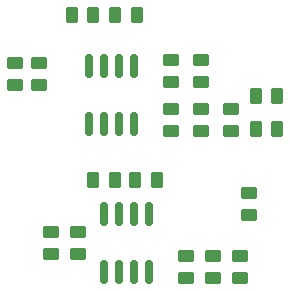
<source format=gbr>
%TF.GenerationSoftware,KiCad,Pcbnew,(6.0.0-0)*%
%TF.CreationDate,2022-12-05T16:43:45-05:00*%
%TF.ProjectId,LFO,4c464f2e-6b69-4636-9164-5f7063625858,rev?*%
%TF.SameCoordinates,Original*%
%TF.FileFunction,Paste,Bot*%
%TF.FilePolarity,Positive*%
%FSLAX46Y46*%
G04 Gerber Fmt 4.6, Leading zero omitted, Abs format (unit mm)*
G04 Created by KiCad (PCBNEW (6.0.0-0)) date 2022-12-05 16:43:45*
%MOMM*%
%LPD*%
G01*
G04 APERTURE LIST*
G04 Aperture macros list*
%AMRoundRect*
0 Rectangle with rounded corners*
0 $1 Rounding radius*
0 $2 $3 $4 $5 $6 $7 $8 $9 X,Y pos of 4 corners*
0 Add a 4 corners polygon primitive as box body*
4,1,4,$2,$3,$4,$5,$6,$7,$8,$9,$2,$3,0*
0 Add four circle primitives for the rounded corners*
1,1,$1+$1,$2,$3*
1,1,$1+$1,$4,$5*
1,1,$1+$1,$6,$7*
1,1,$1+$1,$8,$9*
0 Add four rect primitives between the rounded corners*
20,1,$1+$1,$2,$3,$4,$5,0*
20,1,$1+$1,$4,$5,$6,$7,0*
20,1,$1+$1,$6,$7,$8,$9,0*
20,1,$1+$1,$8,$9,$2,$3,0*%
G04 Aperture macros list end*
%ADD10RoundRect,0.150000X0.150000X-0.825000X0.150000X0.825000X-0.150000X0.825000X-0.150000X-0.825000X0*%
%ADD11RoundRect,0.250000X0.450000X-0.262500X0.450000X0.262500X-0.450000X0.262500X-0.450000X-0.262500X0*%
%ADD12RoundRect,0.250000X-0.450000X0.262500X-0.450000X-0.262500X0.450000X-0.262500X0.450000X0.262500X0*%
%ADD13RoundRect,0.250000X-0.262500X-0.450000X0.262500X-0.450000X0.262500X0.450000X-0.262500X0.450000X0*%
%ADD14RoundRect,0.250000X0.262500X0.450000X-0.262500X0.450000X-0.262500X-0.450000X0.262500X-0.450000X0*%
G04 APERTURE END LIST*
D10*
%TO.C,U3*%
X135255000Y-115505000D03*
X133985000Y-115505000D03*
X132715000Y-115505000D03*
X131445000Y-115505000D03*
X131445000Y-110555000D03*
X132715000Y-110555000D03*
X133985000Y-110555000D03*
X135255000Y-110555000D03*
%TD*%
%TO.C,U2*%
X133985000Y-102955500D03*
X132715000Y-102955500D03*
X131445000Y-102955500D03*
X130175000Y-102955500D03*
X130175000Y-98005500D03*
X131445000Y-98005500D03*
X132715000Y-98005500D03*
X133985000Y-98005500D03*
%TD*%
D11*
%TO.C,R13*%
X143002000Y-115974500D03*
X143002000Y-114149500D03*
%TD*%
D12*
%TO.C,R3*%
X142200000Y-101703500D03*
X142200000Y-103528500D03*
%TD*%
D13*
%TO.C,R7*%
X130556000Y-93726000D03*
X128731000Y-93726000D03*
%TD*%
D12*
%TO.C,R2*%
X139700000Y-101703500D03*
X139700000Y-103528500D03*
%TD*%
D14*
%TO.C,R4*%
X132437500Y-93726000D03*
X134262500Y-93726000D03*
%TD*%
D12*
%TO.C,R9*%
X139700000Y-97536000D03*
X139700000Y-99361000D03*
%TD*%
%TO.C,R8*%
X137160000Y-97536000D03*
X137160000Y-99361000D03*
%TD*%
D11*
%TO.C,R15*%
X127000000Y-113942500D03*
X127000000Y-112117500D03*
%TD*%
%TO.C,R14*%
X129286000Y-113942500D03*
X129286000Y-112117500D03*
%TD*%
D12*
%TO.C,R1*%
X137160000Y-101703500D03*
X137160000Y-103528500D03*
%TD*%
%TO.C,R12*%
X143764000Y-110640500D03*
X143764000Y-108815500D03*
%TD*%
D13*
%TO.C,R17*%
X134112000Y-107696000D03*
X135937000Y-107696000D03*
%TD*%
%TO.C,R16*%
X130556000Y-107696000D03*
X132381000Y-107696000D03*
%TD*%
D11*
%TO.C,R19*%
X125984000Y-99615000D03*
X125984000Y-97790000D03*
%TD*%
%TO.C,R18*%
X123952000Y-99615000D03*
X123952000Y-97790000D03*
%TD*%
D13*
%TO.C,R5*%
X146160500Y-100584000D03*
X144335500Y-100584000D03*
%TD*%
D12*
%TO.C,R11*%
X140716000Y-115974500D03*
X140716000Y-114149500D03*
%TD*%
%TO.C,R10*%
X138430000Y-114149500D03*
X138430000Y-115974500D03*
%TD*%
D13*
%TO.C,R6*%
X146160500Y-103378000D03*
X144335500Y-103378000D03*
%TD*%
M02*

</source>
